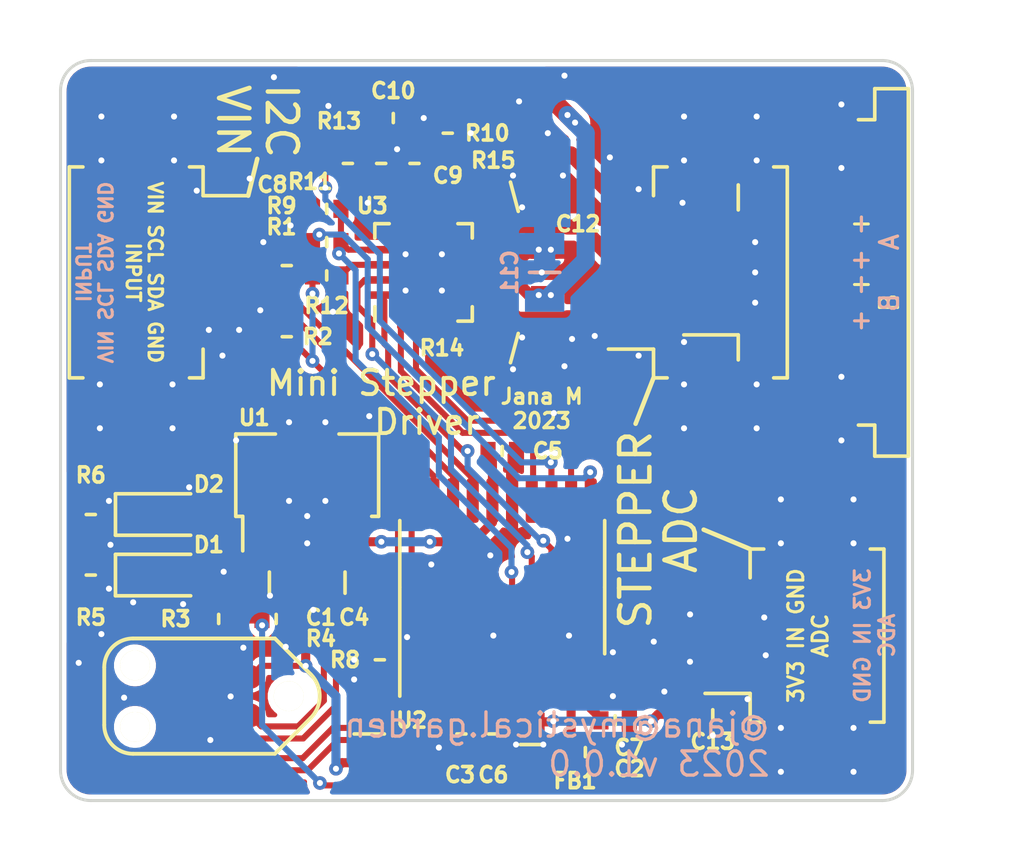
<source format=kicad_pcb>
(kicad_pcb (version 20211014) (generator pcbnew)
  (layers (0 "F.Cu" signal) (31 "B.Cu" signal) (34 "B.Paste" user) (35 "F.Paste" user) (36 "B.SilkS" user "B.Silkscreen") (37 "F.SilkS" user "F.Silkscreen") (38 "B.Mask" user) (39 "F.Mask" user) (44 "Edge.Cuts" user))
  (net 0 "")
  (net 1 "GND")
  (net 2 "VBUS")
  (net 3 "ADC_VBUS")
  (net 4 "Net-(C3-Pad2)")
  (net 5 "+3V3")
  (net 6 "+3.3VA")
  (net 7 "ADC")
  (net 8 "FLT")
  (net 9 "Net-(C9-Pad2)")
  (net 10 "Net-(C10-Pad2)")
  (net 11 "Net-(D1-Pad1)")
  (net 12 "Net-(D1-Pad2)")
  (net 13 "Net-(D2-Pad1)")
  (net 14 "Net-(D2-Pad2)")
  (net 15 "SCL")
  (net 16 "SDA")
  (net 17 "Net-(J3-Pad1)")
  (net 18 "Net-(J3-Pad2)")
  (net 19 "SWDIO")
  (net 21 "SWCLK")
  (net 23 "Net-(R7-Pad2)")
  (net 24 "EN")
  (net 25 "PWM_ref")
  (net 26 "Net-(R11-Pad1)")
  (net 27 "Net-(R12-Pad2)")
  (net 28 "Net-(R14-Pad1)")
  (net 29 "Net-(R15-Pad1)")
  (net 30 "MODE1")
  (net 31 "MODE2")
  (net 32 "DIR")
  (net 33 "PWM1")
  (net 34 "Net-(U3-Pad8)")
  (net 35 "Net-(U3-Pad10)")
  (footprint "Connector_Molex:Molex_PicoBlade_53261-0471_1x04-1MP_P1.25mm_Horizontal" (layer "F.Cu") (at 78 82 -90)
    (fp_text reference "J1" hide)
    (fp_text value "IN")
  )
  (footprint "otter:R_0402" (layer "F.Cu") (at 82.124999 93.45)
    (fp_text reference "R4")
    (fp_text value "5k1" hide)
  )
  (footprint "otter:R_0805" (layer "F.Cu") (at 85.2 97.25 90)
    (fp_text reference "R7" hide)
    (fp_text value "DNP" hide)
  )
  (footprint "Package_SO:TSSOP-20_4.4x6.5mm_P0.65mm" (layer "F.Cu") (at 89.59432 92.4 90)
    (fp_text reference "U2")
    (fp_text value "STM32F030F4Px")
  )
  (footprint "otter:C_0603" (layer "F.Cu") (at 84.4 92.25)
    (fp_text reference "C4")
    (fp_text value "1u" hide)
  )
  (footprint "Connector_FFC-FPC:TE_84953-4_1x04-1MP_P1.0mm_Horizontal" (layer "F.Cu") (at 98.302117 82 90)
    (fp_text reference "J3" hide)
    (fp_text value "FPC")
  )
  (footprint "otter:TC2030" (layer "F.Cu") (at 80 96 180)
    (fp_text reference "P1" hide)
    (fp_text value "TC2030" hide)
  )
  (footprint "otter:R_0402" (layer "F.Cu") (at 85.59432 78.4 90)
    (fp_text reference "R13")
    (fp_text value "22.1k" hide)
  )
  (footprint "otter:R_0805" (layer "F.Cu") (at 89.99432 79.5 15)
    (fp_text reference "R15")
    (fp_text value "R250" hide)
  )
  (footprint "otter:C_0402" (layer "F.Cu") (at 83.79432 79.9)
    (fp_text reference "C8")
    (fp_text value "100n" hide)
  )
  (footprint "otter:R_0402" (layer "F.Cu") (at 82.475 81.775 90)
    (fp_text reference "R1")
    (fp_text value "5k1" hide)
  )
  (footprint "otter:R_0402" (layer "F.Cu") (at 82.475 84.125 -90)
    (fp_text reference "R2")
    (fp_text value "5k1" hide)
  )
  (footprint "otter:R_0402" (layer "F.Cu") (at 76 92 90)
    (fp_text reference "R5")
    (fp_text value "5k1" hide)
  )
  (footprint "otter:C_0402" (layer "F.Cu") (at 89.59432 87.9 180)
    (fp_text reference "C5")
    (fp_text value "100n" hide)
  )
  (footprint "Package_TO_SOT_SMD:SOT-89-3" (layer "F.Cu") (at 83.15 89 90)
    (fp_text reference "U1")
    (fp_text value "AP2204R-3.3")
  )
  (footprint "Connector_Molex:Molex_PicoBlade_53261-0371_1x03-1MP_P1.25mm_Horizontal" (layer "F.Cu") (at 99.49432 94 90)
    (fp_text reference "J2" hide)
    (fp_text value "ADC")
  )
  (footprint "otter:C_0402" (layer "F.Cu") (at 96.55 96.6 180)
    (fp_text reference "C13")
    (fp_text value "100n" hide)
  )
  (footprint "otter:C_0603" (layer "F.Cu") (at 81.9 92.25 180)
    (fp_text reference "C1")
    (fp_text value "1u" hide)
  )
  (footprint "otter:C_0402" (layer "F.Cu") (at 92.34 97.85 180)
    (fp_text reference "C2")
    (fp_text value "100n" hide)
  )
  (footprint "otter:C_0402" (layer "F.Cu") (at 88.24432 97.25 90)
    (fp_text reference "C3")
    (fp_text value "100n" hide)
  )
  (footprint "otter:R_0402" (layer "F.Cu") (at 76 90 -90)
    (fp_text reference "R6")
    (fp_text value "5k1" hide)
  )
  (footprint "otter:R_0603" (layer "F.Cu") (at 90.54432 97.6 90)
    (fp_text reference "FB1")
    (fp_text value "FERRET" hide)
  )
  (footprint "otter:C_0402" (layer "F.Cu") (at 89.29432 97.25 90)
    (fp_text reference "C6")
    (fp_text value "100n" hide)
  )
  (footprint "otter:R_0402" (layer "F.Cu") (at 85.55 94.8 90)
    (fp_text reference "R8")
    (fp_text value "5k1" hide)
  )
  (footprint "otter:C_0402" (layer "F.Cu") (at 93.325 96.8 180)
    (fp_text reference "C7")
    (fp_text value "100n" hide)
  )
  (footprint "otter:R_0402" (layer "F.Cu") (at 83.79432 81)
    (fp_text reference "R9")
    (fp_text value "5k1" hide)
  )
  (footprint "otter:C_0402" (layer "F.Cu") (at 85.99432 76.9 180)
    (fp_text reference "C10")
    (fp_text value "22n" hide)
  )
  (footprint "otter:R_0402" (layer "F.Cu") (at 83.79432 82.1)
    (fp_text reference "R12")
    (fp_text value "5k1" hide)
  )
  (footprint "otter:LED_0603_1608Metric" (layer "F.Cu") (at 78.5 92)
    (fp_text reference "D1")
    (fp_text value "RED")
  )
  (footprint "Package_DFN_QFN:VQFN-16-1EP_3x3mm_P0.5mm_EP1.8x1.8mm" (layer "F.Cu") (at 86.99432 82 90)
    (fp_text reference "U3")
    (fp_text value "STSPIN220")
  )
  (footprint "otter:R_0402" (layer "F.Cu") (at 87.79432 77.4 -90)
    (fp_text reference "R10")
    (fp_text value "5k1" hide)
  )
  (footprint "otter:R_0805" (layer "F.Cu") (at 89.99432 84.5 -15)
    (fp_text reference "R14")
    (fp_text value "R250" hide)
  )
  (footprint "otter:R_0402" (layer "F.Cu") (at 80.225001 93.45)
    (fp_text reference "R3")
    (fp_text value "22.1k" hide)
  )
  (footprint "otter:LED_0603_1608Metric" (layer "F.Cu") (at 78.5 90)
    (fp_text reference "D2")
    (fp_text value "GREEN")
  )
  (footprint "Connector_Molex:Molex_PicoBlade_53261-0471_1x04-1MP_P1.25mm_Horizontal" (layer "F.Cu") (at 96.302117 82 90)
    (fp_text reference "J4" hide)
    (fp_text value "MOT")
  )
  (footprint "otter:C_0603" (layer "F.Cu") (at 90.99432 82 -90)
    (fp_text reference "C12")
    (fp_text value "1u" hide)
  )
  (footprint "otter:C_0402" (layer "F.Cu") (at 86.69432 78.4 -90)
    (fp_text reference "C9")
    (fp_text value "100n" hide)
  )
  (footprint "otter:R_0402" (layer "F.Cu") (at 84.49432 78.4 90)
    (fp_text reference "R11")
    (fp_text value "1k" hide)
  )
  (footprint "otter:C_0805" (layer "B.Cu") (at 90.99432 82 -90)
    (fp_text reference "C11")
    (fp_text value "10u" hide)
  )
  (gr_line (start 96.25 90.5) (end 97.78432 91.14) (layer "F.SilkS") (width 0.15))
  (gr_line (start 81.5 78.25) (end 81.2 79.465) (layer "F.SilkS") (width 0.15))
  (gr_line (start 94 87) (end 94.592117 85.485) (layer "F.SilkS") (width 0.15))
  (gr_arc (start 76 99.449999) (mid 75.292893 99.157106) (end 75 98.449999) (layer "Edge.Cuts") (width 0.1))
  (gr_line (start 76 75) (end 102.15 75) (layer "Edge.Cuts") (width 0.1))
  (gr_line (start 103.15 76) (end 103.15 98.45) (layer "Edge.Cuts") (width 0.1))
  (gr_line (start 76 99.449999) (end 102.15 99.45) (layer "Edge.Cuts") (width 0.1))
  (gr_arc (start 103.15 98.45) (mid 102.857107 99.157107) (end 102.15 99.45) (layer "Edge.Cuts") (width 0.1))
  (gr_arc (start 75 76) (mid 75.292893 75.292893) (end 76 75) (layer "Edge.Cuts") (width 0.1))
  (gr_line (start 75 76) (end 75 98.449999) (layer "Edge.Cuts") (width 0.1))
  (gr_arc (start 102.15 75) (mid 102.857107 75.292893) (end 103.15 76) (layer "Edge.Cuts") (width 0.1))
  (gr_text "- +\n B " (at 101.9 83 90) (layer "B.SilkS") (effects (font (size 0.6 0.6) (thickness 0.1)) (justify mirror)))
  (gr_text "3V3 IN GND\nADC" (at 101.9 94 90) (layer "B.SilkS") (effects (font (size 0.5 0.5) (thickness 0.1)) (justify mirror)))
  (gr_text "- +\n A " (at 101.9 81 90) (layer "B.SilkS") (effects (font (size 0.6 0.6) (thickness 0.1)) (justify mirror)))
  (gr_text "@jana@mystical.garden\n2023 v1.0.0 " (at 98.5 97.6) (layer "B.SilkS") (effects (font (size 0.8 0.8) (thickness 0.11)) (justify left mirror)))
  (gr_text "VIN SCL SDA GND\nINPUT" (at 76.1 82 270) (layer "B.SilkS") (effects (font (size 0.45 0.45) (thickness 0.1)) (justify mirror)))
  (gr_text "Jana M\n2023" (at 90.9 86.5) (layer "F.SilkS") (effects (font (size 0.5 0.5) (thickness 0.11))))
  (gr_text "Mini Stepper\n	Driver" (at 85.6 86.3) (layer "F.SilkS") (effects (font (size 0.8 0.8) (thickness 0.13))))
  (gr_text "VIN SCL SDA GND\nINPUT" (at 77.764053 82 270) (layer "F.SilkS") (effects (font (size 0.45 0.45) (thickness 0.1))))
  (gr_text "STEPPER" (at 94 90.5 90) (layer "F.SilkS") (effects (font (size 1 1))))
  (gr_text "ADC" (at 95.5 90.5 90) (layer "F.SilkS") (effects (font (size 1 1))))
  (gr_text "3V3 IN GND\nADC" (at 99.7 94 90) (layer "F.SilkS") (effects (font (size 0.5 0.5) (thickness 0.1))))
  (gr_text "I2C\nVIN" (at 81.5 77 270) (layer "F.SilkS") (effects (font (size 1 1))))
  (gr_text "- +\n A " (at 101.9 81 90) (layer "F.SilkS") (effects (font (size 0.6 0.6) (thickness 0.1))))
  (gr_text "- +\n B " (at 101.9 83 90) (layer "F.SilkS") (effects (font (size 0.6 0.6) (thickness 0.1))))
  (segment (start 86.46432 77.7) (end 86.69432 77.93) (width 0.5) (layer "F.Cu") (net 1))
  (segment (start 86.12 77.93) (end 85.59432 77.93) (width 0.5) (layer "F.Cu") (net 1))
  (segment (start 88.48182 81.75) (end 89.99432 81.75) (width 0.25) (layer "F.Cu") (net 1))
  (segment (start 89.91932 89.5375) (end 89.91932 88.045) (width 0.3) (layer "F.Cu") (net 1))
  (segment (start 86.46432 76.9) (end 86.46432 77.7) (width 0.5) (layer "F.Cu") (net 1))
  (segment (start 89.91932 88.045) (end 90.06432 87.9) (width 0.3) (layer "F.Cu") (net 1))
  (segment (start 82.65 92.25) (end 82.65 92.45) (width 0.2) (layer "F.Cu") (net 1))
  (segment (start 87.24432 81.75) (end 86.99432 82) (width 0.25) (layer "F.Cu") (net 1))
  (segment (start 90.49432 81.25) (end 90.24432 81.5) (width 0.4) (layer "F.Cu") (net 1))
  (segment (start 89.99432 81.75) (end 90.24432 81.5) (width 0.25) (layer "F.Cu") (net 1))
  (segment (start 86.46432 77.7) (end 86.23432 77.93) (width 0.5) (layer "F.Cu") (net 1))
  (segment (start 82.65 92.45) (end 83.35 93.15) (width 0.2) (layer "F.Cu") (net 1))
  (segment (start 86.23432 77.93) (end 86.12 77.93) (width 0.5) (layer "F.Cu") (net 1))
  (segment (start 85.59432 77.93) (end 86.69432 77.93) (width 0.5) (layer "F.Cu") (net 1))
  (segment (start 88.48182 81.75) (end 87.24432 81.75) (width 0.25) (layer "F.Cu") (net 1))
  (segment (start 90.99432 81.25) (end 90.49432 81.25) (width 0.4) (layer "F.Cu") (net 1))
  (via (at 87.6 81.4) (size 0.45) (drill 0.2) (layers "F.Cu" "B.Cu") (net 1))
  (via (at 83.75 89.55) (size 0.45) (drill 0.2) (layers "F.Cu" "B.Cu") (net 1))
  (via (at 80.9 83.9) (size 0.45) (drill 0.2) (layers "F.Cu" "B.Cu") (net 1))
  (via (at 98.8 97.05) (size 0.45) (drill 0.2) (layers "F.Cu" "B.Cu") (net 1))
  (via (at 83.15 90.95) (size 0.45) (drill 0.2) (layers "F.Cu" "B.Cu") (net 1))
  (via (at 95.6 84.3) (size 0.45) (drill 0.2) (layers "F.Cu" "B.Cu") (net 1))
  (via (at 98 78.3) (size 0.45) (drill 0.2) (layers "F.Cu" "B.Cu") (net 1))
  (via (at 95.797213 94.863976) (size 0.45) (drill 0.2) (layers "F.Cu" "B.Cu") (net 1))
  (via (at 90.95 97.6) (size 0.45) (drill 0.2) (layers "F.Cu" "B.Cu") (net 1))
  (via (at 78.75 78.3) (size 0.45) (drill 0.2) (layers "F.Cu" "B.Cu") (net 1))
  (via (at 82.05 75.55) (size 0.45) (drill 0.2) (layers "F.Cu" "B.Cu") (net 1))
  (via (at 81.25 78.9) (size 0.45) (drill 0.2) (layers "F.Cu" "B.Cu") (net 1))
  (via (at 89.2 91.35) (size 0.45) (drill 0.2) (layers "F.Cu" "B.Cu") (net 1))
  (via (at 94.6 94.2) (size 0.45) (drill 0.2) (layers "F.Cu" "B.Cu") (net 1))
  (via (at 83.35 93.15) (size 0.45) (drill 0.2) (layers "F.Cu" "B.Cu") (net 1))
  (via (at 76.65 91) (size 0.45) (drill 0.2) (layers "F.Cu" "B.Cu") (net 1))
  (via (at 90.05 97.6) (size 0.45) (drill 0.2) (layers "F.Cu" "B.Cu") (net 1))
  (via (at 93.15 78.2) (size 0.45) (drill 0.2) (layers "F.Cu" "B.Cu") (net 1))
  (via (at 90.15 76.35) (size 0.45) (drill 0.2) (layers "F.Cu" "B.Cu") (net 1))
  (via (at 100.8 85.45) (size 0.45) (drill 0.2) (layers "F.Cu" "B.Cu") (net 1))
  (via (at 95.6 85.7) (size 0.45) (drill 0.2) (layers "F.Cu" "B.Cu") (net 1))
  (via (at 80.39 91.89) (size 0.45) (drill 0.2) (layers "F.Cu" "B.Cu") (net 1))
  (via (at 87.25 91.65) (size 0.45) (drill 0.2) (layers "F.Cu" "B.Cu") (net 1))
  (via (at 85.15 79.7) (size 0.45) (drill 0.2) (layers "F.Cu" "B.Cu") (net 1))
  (via (at 76.35 93.95) (size 0.45) (drill 0.2) (layers "F.Cu" "B.Cu") (net 1))
  (via (at 91.65 85.1) (size 0.45) (drill 0.2) (layers "F.Cu" "B.Cu") (net 1))
  (via (at 97.95 81) (size 0.45) (drill 0.2) (layers "F.Cu" "B.Cu") (net 1))
  (via (at 90.25 79.85) (size 0.45) (drill 0.2) (layers "F.Cu" "B.Cu") (net 1))
  (via (at 84.7 94.8) (size 0.45) (drill 0.2) (layers "F.Cu" "B.Cu") (net 1))
  (via (at 94.1 84.75) (size 0.45) (drill 0.2) (layers "F.Cu" "B.Cu") (net 1))
  (via (at 84 83.3) (size 0.45) (drill 0.2) (layers "F.Cu" "B.Cu") (net 1))
  (via (at 87.5 97.7) (size 0.45) (drill 0.2) (layers "F.Cu" "B.Cu") (net 1))
  (via (at 91.2 81.25) (size 0.45) (drill 0.2) (layers "F.Cu" "B.Cu") (net 1))
  (via (at 91.8 94) (size 0.45) (drill 0.2) (layers "F.Cu" "B.Cu") (net 1))
  (via (at 82.55 89.55) (size 0.45) (drill 0.2) (layers "F.Cu" "B.Cu") (net 1))
  (via (at 95.8 93.3) (size 0.45) (drill 0.2) (layers "F.Cu" "B.Cu") (net 1))
  (via (at 100.8 78.55) (size 0.45) (drill 0.2) (layers "F.Cu" "B.Cu") (net 1))
  (via (at 98 85.7) (size 0.45) (drill 0.2) (layers "F.Cu" "B.Cu") (net 1))
  (via (at 97.95 83) (size 0.45) (drill 0.2) (layers "F.Cu" "B.Cu") (net 1))
  (via (at 91.9 84.2) (size 0.45) (drill 0.2) (layers "F.Cu" "B.Cu") (net 1))
  (via (at 100.8 76.45) (size 0.45) (drill 0.2) (layers "F.Cu" "B.Cu") (net 1))
  (via (at 90.9 82) (size 0.45) (drill 0.2) (layers "F.Cu" "B.Cu") (net 1))
  (via (at 86.45 94.05) (size 0.45) (drill 0.2) (layers "F.Cu" "B.Cu") (net 1))
  (via (at 77.4 92.9) (size 0.45) (drill 0.2) (layers "F.Cu" "B.Cu") (net 1))
  (via (at 83.85 76.5) (size 0.45) (drill 0.2) (layers "F.Cu" "B.Cu") (net 1))
  (via (at 95.6 76.85) (size 0.45) (drill 0.2) (layers "F.Cu" "B.Cu") (net 1))
  (via (at 78.75 76.85) (size 0.45) (drill 0.2) (layers "F.Cu" "B.Cu") (net 1))
  (via (at 78.7 87.15) (size 0.45) (drill 0.2) (layers "F.Cu" "B.Cu") (net 1))
  (via (at 97.95 82) (size 0.45) (drill 0.2) (layers "F.Cu" "B.Cu") (net 1))
  (via (at 86.4 82.6) (size 0.45) (drill 0.2) (layers "F.Cu" "B.Cu") (net 1))
  (via (at 91.3 86.65) (size 0.45) (drill 0.2) (layers "F.Cu" "B.Cu") (net 1))
  (via (at 90.8 81.25) (size 0.45) (drill 0.2) (layers "F.Cu" "B.Cu") (net 1))
  (via (at 89.95 78.8) (size 0.45) (drill 0.2) (layers "F.Cu" "B.Cu") (net 1))
  (via (at 92.65 84.1) (size 0.45) (drill 0.2) (layers "F.Cu" "B.Cu") (net 1))
  (via (at 94.1 79.25) (size 0.45) (drill 0.2) (layers "F.Cu" "B.Cu") (net 1))
  (via (at 100.8 87.55) (size 0.45) (drill 0.2) (layers "F.Cu" "B.Cu") (net 1))
  (via (at 87.6 82.6) (size 0.45) (drill 0.2) (layers "F.Cu" "B.Cu") (net 1))
  (via (at 91.6 78.8) (size 0.45) (drill 0.2) (layers "F.Cu" "B.Cu") (net 1))
  (via (at 101.2 98.5) (size 0.45) (drill 0.2) (layers "F.Cu" "B.Cu") (net 1))
  (via (at 80.35 84.75) (size 0.45) (drill 0.2) (layers "F.Cu" "B.Cu") (net 1))
  (via (at 79.25 89.1) (size 0.45) (drill 0.2) (layers "F.Cu" "B.Cu") (net 1))
  (via (at 82.6 80.45) (size 0.45) (drill 0.2) (layers "F.Cu" "B.Cu") (net 1))
  (via (at 76.3 85.7) (size 0.45) (drill 0.2) (layers "F.Cu" "B.Cu") (net 1))
  (via (at 91.65 75.5) (size 0.45) (drill 0.2) (layers "F.Cu" "B.Cu") (net 1))
  (via (at 81.7 81) (size 0.45) (drill 0.2) (layers "F.Cu" "B.Cu") (net 1))
  (via (at 79.9 83.9) (size 0.45) (drill 0.2) (layers "F.Cu" "B.Cu") (net 1))
  (via (at 93.25 96) (size 0.45) (drill 0.2) (layers "F.Cu" "B.Cu") (net 1))
  (via (at 93.25 94.55) (size 0.45) (drill 0.2) (layers "F.Cu" "B.Cu") (net 1))
  (via (at 76.3 87.15) (size 0.45) (drill 0.2) (layers "F.Cu" "B.Cu") (net 1))
  (via (at 85.2 86.75) (size 0.45) (drill 0.2) (layers "F.Cu" "B.Cu") (net 1))
  (via (at 87 76.9) (size 0.45) (drill 0.2) (layers "F.Cu" "B.Cu") (net 1))
  (via (at 101.2 97.05) (size 0.45) (drill 0.2) (layers "F.Cu" "B.Cu") (net 1))
  (via (at 80.8 87.55) (size 0.45) (drill 0.2) (layers "F.Cu" "B.Cu") (net 1))
  (via (at 97.7 96.1) (size 0.45) (drill 0.2) (layers "F.Cu" "B.Cu") (net 1))
  (via (at 81.04 94.4) (size 0.45) (drill 0.2) (layers "F.Cu" "B.Cu") (net 1))
  (via (at 101.2 90.95) (size 0.45) (drill 0.2) (layers "F.Cu" "B.Cu") (net 1))
  (via (at 79.5 79.3) (size 0.45) (drill 0.2) (layers "F.Cu" "B.Cu") (net 1))
  (via (at 80.62 96.01) (size 0.45) (drill 0.2) (layers "F.Cu" "B.Cu") (net 1))
  (via (at 94.95 95.85) (size 0.45) (drill 0.2) (layers "F.Cu" "B.Cu") (net 1))
  (via (at 79.05 92.96) (size 0.45) (drill 0.2) (layers "F.Cu" "B.Cu") (net 1))
  (via (at 75.6 94.9) (size 0.45) (drill 0.2) (layers "F.Cu" "B.Cu") (net 1))
  (via (at 81.92 92.68) (size 0.45) (drill 0.2) (layers "F.Cu" "B.Cu") (net 1))
  (via (at 76.35 76.85) (size 0.45) (drill 0.2) (layers "F.Cu" "B.Cu") (net 1))
  (via (at 82.44 94.37) (size 0.45) (drill 0.2) (layers "F.Cu" "B.Cu") (net 1))
  (via (at 88.55 77.4) (size 0.45) (drill 0.2) (layers "F.Cu" "B.Cu") (net 1))
  (via (at 83.15 90.05) (size 0.45) (drill 0.2) (layers "F.Cu" "B.Cu") (net 1))
  (via (at 89.95 85.2) (size 0.45) (drill 0.2) (layers "F.Cu" "B.Cu") (net 1))
  (via (at 84.7 95.45) (size 0.45) (drill 0.2) (layers "F.Cu" "B.Cu") (net 1))
  (via (at 78.7 85.7) (size 0.45) (drill 0.2) (layers "F.Cu" "B.Cu") (net 1))
  (via (at 96.55 97.3) (size 0.45) (drill 0.2) (layers "F.Cu" "B.Cu") (net 1))
  (via (at 79.95 97.45) (size 0.45) (drill 0.2) (layers "F.Cu" "B.Cu") (net 1))
  (via (at 98 87.15) (size 0.45) (drill 0.2) (layers "F.Cu" "B.Cu") (net 1))
  (via (at 90.25 84.15) (size 0.45) (drill 0.2) (layers "F.Cu" "B.Cu") (net 1))
  (via (at 76.6 92.45) (size 0.45) (drill 0.2) (layers "F.Cu" "B.Cu") (net 1))
  (via (at 76.6 89.55) (size 0.45) (drill 0.2) (layers "F.Cu" "B.Cu") (net 1))
  (via (at 98.8 98.5) (size 0.45) (drill 0.2) (layers "F.Cu" "B.Cu") (net 1))
  (via (at 95.55 79.7) (size 0.45) (drill 0.2) (layers "F.Cu" "B.Cu") (net 1))
  (via (at 76.35 78.3) (size 0.45) (drill 0.2) (layers "F.Cu" "B.Cu") (net 1))
  (via (at 77.1 96.05) (size 0.45) (drill 0.2) (layers "F.Cu" "B.Cu") (net 1))
  (via (at 98.3 94.65) (size 0.45) (drill 0.2) (layers "F.Cu" "B.Cu") (net 1))
  (via (at 98 76.85) (size 0.45) (drill 0.2) (layers "F.Cu" "B.Cu") (net 1))
  (via (at 98.25 93.4) (size 0.45) (drill 0.2) (layers "F.Cu" "B.Cu") (net 1))
  (via (at 82.55 86.95) (size 0.45) (drill 0.2) (layers "F.Cu" "B.Cu") (net 1))
  (via (at 95.6 87.15) (size 0.45) (drill 0.2) (layers "F.Cu" "B.Cu") (net 1))
  (via (at 98.8 89.5) (size 0.45) (drill 0.2) (layers "F.Cu" "B.Cu") (net 1))
  (via (at 86.4 81.4) (size 0.45) (drill 0.2) (layers "F.Cu" "B.Cu") (net 1))
  (via (at 91.1 77.4) (size 0.45) (drill 0.2) (layers "F.Cu" "B.Cu") (net 1))
  (via (at 81.6 83.25) (size 0.45) (drill 0.2) (layers "F.Cu" "B.Cu") (net 1))
  (via (at 91.75 90.8) (size 0.45) (drill 0.2) (layers "F.Cu" "B.Cu") (net 1))
  (via (at 95.6 78.3) (size 0.45) (drill 0.2) (layers "F.Cu" "B.Cu") (net 1))
  (via (at 98.8 90.95) (size 0.45) (drill 0.2) (layers "F.Cu" "B.Cu") (net 1))
  (via (at 101.2 89.5) (size 0.45) (drill 0.2) (layers "F.Cu" "B.Cu") (net 1))
  (via (at 83.75 86.95) (size 0.45) (drill 0.2) (layers "F.Cu" "B.Cu") (net 1))
  (via (at 93.55 97.6) (size 0.45) (drill 0.2) (layers "F.Cu" "B.Cu") (net 1))
  (via (at 86.12 77.93) (size 0.45) (drill 0.2) (layers "F.Cu" "B.Cu") (net 1))
  (via (at 89.3 94) (size 0.45) (drill 0.2) (layers "F.Cu" "B.Cu") (net 1))
  (segment (start 88.48182 82.25) (end 89.99432 82.25) (width 0.25) (layer "F.Cu") (net 2))
  (segment (start 80.4 80.125) (end 80.4 78.5) (width 0.6) (layer "F.Cu") (net 2))
  (segment (start 81.65 91.75) (end 81.15 92.25) (width 0.6) (layer "F.Cu") (net 2))
  (segment (start 79 80.875) (end 79 84.55) (width 0.6) (layer "F.Cu") (net 2))
  (segment (start 90.55 75.6) (end 91.75 76.8) (width 0.6) (layer "F.Cu") (net 2))
  (segment (start 80.4 80.125) (end 79.75 80.125) (width 0.6) (layer "F.Cu") (net 2))
  (segment (start 91.75 76.8) (end 92 77.05) (width 0.6) (layer "F.Cu") (net 2))
  (segment (start 81.65 87.2) (end 81.65 90.65) (width 0.6) (layer "F.Cu") (net 2))
  (segment (start 89.99432 82.25) (end 90.24432 82.5) (width 0.25) (layer "F.Cu") (net 2))
  (segment (start 79.75 80.125) (end 79 80.875) (width 0.6) (layer "F.Cu") (net 2))
  (segment (start 80.4 78.5) (end 83.3 75.6) (width 0.6) (layer "F.Cu") (net 2))
  (segment (start 80.905001 92.25) (end 81.15 92.25) (width 0.2) (layer "F.Cu") (net 2))
  (segment (start 90.99432 82.75) (end 91.2 82.75) (width 0.4) (layer "F.Cu") (net 2))
  (segment (start 79.755001 93.4) (end 80.905001 92.25) (width 0.2) (layer "F.Cu") (net 2))
  (segment (start 79 84.55) (end 81.65 87.2) (width 0.6) (layer "F.Cu") (net 2))
  (segment (start 90.49432 82.75) (end 90.8 82.75) (width 0.4) (layer "F.Cu") (net 2))
  (segment (start 90.24432 82.5) (end 90.49432 82.75) (width 0.4) (layer "F.Cu") (net 2))
  (segment (start 79.755001 93.45) (end 79.755001 93.4) (width 0.2) (layer "F.Cu") (net 2))
  (segment (start 81.65 90.65) (end 81.65 91.75) (width 0.6) (layer "F.Cu") (net 2))
  (segment (start 83.3 75.6) (end 90.55 75.6) (width 0.6) (layer "F.Cu") (net 2))
  (segment (start 90.8 82.75) (end 91.2 82.75) (width 0.4) (layer "F.Cu") (net 2))
  (via (at 91.2 82.75) (size 0.45) (drill 0.2) (layers "F.Cu" "B.Cu") (net 2))
  (via (at 90.8 82.75) (size 0.45) (drill 0.2) (layers "F.Cu" "B.Cu") (net 2))
  (via (at 91.75 76.8) (size 0.45) (drill 0.2) (layers "F.Cu" "B.Cu") (net 2))
  (via (at 92 77.05) (size 0.45) (drill 0.2) (layers "F.Cu" "B.Cu") (net 2))
  (segment (start 92.35 77.4) (end 92.35 81.59432) (width 0.6) (layer "B.Cu") (net 2))
  (segment (start 92 77.05) (end 92.35 77.4) (width 0.6) (layer "B.Cu") (net 2))
  (segment (start 92 77.05) (end 91.75 76.8) (width 0.6) (layer "B.Cu") (net 2))
  (segment (start 92.35 81.59432) (end 90.99432 82.95) (width 0.6) (layer "B.Cu") (net 2))
  (segment (start 91.87 97.85) (end 91.87 98.373342) (width 0.2) (layer "F.Cu") (net 3))
  (segment (start 81.654999 93.654999) (end 81.66 93.66) (width 0.2) (layer "F.Cu") (net 3))
  (segment (start 91.86932 95.2625) (end 91.86932 97.84932) (width 0.3) (layer "F.Cu") (net 3))
  (segment (start 91.86932 97.84932) (end 91.87 97.85) (width 0.3) (layer "F.Cu") (net 3))
  (segment (start 81.654999 93.45) (end 81.654999 93.654999) (width 0.2) (layer "F.Cu") (net 3))
  (segment (start 81.655 93.45) (end 80.695 93.45) (width 0.3) (layer "F.Cu") (net 3))
  (segment (start 83.649511 98.949511) (end 83.57 98.87) (width 0.2) (layer "F.Cu") (net 3))
  (segment (start 91.293831 98.949511) (end 83.649511 98.949511) (width 0.2) (layer "F.Cu") (net 3))
  (segment (start 91.87 98.373342) (end 91.293831 98.949511) (width 0.2) (layer "F.Cu") (net 3))
  (via (at 81.66 93.66) (size 0.45) (drill 0.2) (layers "F.Cu" "B.Cu") (net 3))
  (via (at 83.57 98.87) (size 0.45) (drill 0.2) (layers "F.Cu" "B.Cu") (net 3))
  (segment (start 81.66 96.96) (end 81.66 93.66) (width 0.2) (layer "B.Cu") (net 3))
  (segment (start 83.57 98.87) (end 81.66 96.96) (width 0.2) (layer "B.Cu") (net 3))
  (segment (start 88.61932 96.405) (end 88.24432 96.78) (width 0.3) (layer "F.Cu") (net 4))
  (segment (start 88.61932 95.2625) (end 88.61932 96.405) (width 0.3) (layer "F.Cu") (net 4))
  (segment (start 85.2 98.2) (end 84.3 98.2) (width 0.3) (layer "F.Cu") (net 5))
  (segment (start 89.26932 89.5375) (end 89.26932 88.045) (width 0.3) (layer "F.Cu") (net 5))
  (segment (start 81.27 95.365) (end 81.635 95) (width 0.2) (layer "F.Cu") (net 5))
  (segment (start 82.52932 81.305) (end 83.32432 82.1) (width 0.2) (layer "F.Cu") (net 5))
  (segment (start 84.65 86.25) (end 84.65 90.65) (width 0.2) (layer "F.Cu") (net 5))
  (segment (start 83.32432 82.1) (end 83.32432 82.69932) (width 0.2) (layer "F.Cu") (net 5))
  (segment (start 88.630037 90.9) (end 87.2 90.9) (width 0.3) (layer "F.Cu") (net 5))
  (segment (start 90.54432 98.35) (end 85.35 98.35) (width 0.3) (layer "F.Cu") (net 5))
  (segment (start 83.32432 82.69932) (end 83.325 82.7) (width 0.2) (layer "F.Cu") (net 5))
  (segment (start 84.65 91.75) (end 85.15 92.25) (width 0.6) (layer "F.Cu") (net 5))
  (segment (start 82.475 84.595) (end 82.995 84.595) (width 0.2) (layer "F.Cu") (net 5))
  (segment (start 85.6 90.9) (end 84.9 90.9) (width 0.3) (layer "F.Cu") (net 5))
  (segment (start 84.9 90.9) (end 84.65 90.65) (width 0.3) (layer "F.Cu") (net 5))
  (segment (start 84.65 90.65) (end 84.65 91.75) (width 0.6) (layer "F.Cu") (net 5))
  (segment (start 89.26932 90.260717) (end 88.630037 90.9) (width 0.3) (layer "F.Cu") (net 5))
  (segment (start 89.26932 89.5375) (end 89.26932 90.260717) (width 0.3) (layer "F.Cu") (net 5))
  (segment (start 82.475 81.305) (end 82.52932 81.305) (width 0.2) (layer "F.Cu") (net 5))
  (segment (start 81.635 95) (end 83.1 95) (width 0.2) (layer "F.Cu") (net 5))
  (segment (start 85.35 98.35) (end 85.2 98.2) (width 0.3) (layer "F.Cu") (net 5))
  (segment (start 83.1 94.3) (end 85.15 92.25) (width 0.3) (layer "F.Cu") (net 5))
  (segment (start 83.1 95) (end 83.1 94.3) (width 0.3) (layer "F.Cu") (net 5))
  (segment (start 89.26932 88.045) (end 89.12432 87.9) (width 0.3) (layer "F.Cu") (net 5))
  (segment (start 83.325 84.925) (end 84.65 86.25) (width 0.2) (layer "F.Cu") (net 5))
  (segment (start 82.995 84.595) (end 83.325 84.925) (width 0.2) (layer "F.Cu") (net 5))
  (segment (start 84.3 98.2) (end 84.1 98.4) (width 0.3) (layer "F.Cu") (net 5))
  (via (at 85.6 90.9) (size 0.45) (drill 0.2) (layers "F.Cu" "B.Cu") (net 5))
  (via (at 83.1 95) (size 0.45) (drill 0.2) (layers "F.Cu" "B.Cu") (net 5))
  (via (at 87.2 90.9) (size 0.45) (drill 0.2) (layers "F.Cu" "B.Cu") (net 5))
  (via (at 84.1 98.4) (size 0.45) (drill 0.2) (layers "F.Cu" "B.Cu") (net 5))
  (via (at 83.325 84.925) (size 0.45) (drill 0.2) (layers "F.Cu" "B.Cu") (net 5))
  (via (at 83.325 82.7) (size 0.45) (drill 0.2) (layers "F.Cu" "B.Cu") (net 5))
  (segment (start 84.1 96) (end 83.1 95) (width 0.3) (layer "B.Cu") (net 5))
  (segment (start 83.325 82.7) (end 83.325 84.925) (width 0.2) (layer "B.Cu") (net 5))
  (segment (start 87.2 90.9) (end 85.6 90.9) (width 0.3) (layer "B.Cu") (net 5))
  (segment (start 84.1 98.4) (end 84.1 96) (width 0.3) (layer "B.Cu") (net 5))
  (segment (start 90.54432 96.85) (end 91.26 96.85) (width 0.3) (layer "F.Cu") (net 6))
  (segment (start 94.74 96.6) (end 94.51 96.83) (width 0.3) (layer "F.Cu") (net 6))
  (segment (start 89.29432 96.78) (end 90.47432 96.78) (width 0.3) (layer "F.Cu") (net 6))
  (segment (start 89.26932 95.2625) (end 89.26932 96.755) (width 0.3) (layer "F.Cu") (net 6))
  (segment (start 90.47432 96.78) (end 90.54432 96.85) (width 0.3) (layer "F.Cu") (net 6))
  (segment (start 96.08 96.6) (end 94.74 96.6) (width 0.3) (layer "F.Cu") (net 6))
  (segment (start 96.08 96.26432) (end 96.08 96.6) (width 0.5) (layer "F.Cu") (net 6))
  (segment (start 97.09432 95.25) (end 96.08 96.26432) (width 0.5) (layer "F.Cu") (net 6))
  (segment (start 91.26 96.85) (end 91.28 96.83) (width 0.3) (layer "F.Cu") (net 6))
  (segment (start 89.26932 96.755) (end 89.29432 96.78) (width 0.3) (layer "F.Cu") (net 6))
  (via (at 91.28 96.83) (size 0.45) (drill 0.2) (layers "F.Cu" "B.Cu") (net 6))
  (via (at 94.51 96.83) (size 0.45) (drill 0.2) (layers "F.Cu" "B.Cu") (net 6))
  (segment (start 91.28 96.83) (end 94.51 96.83) (width 0.3) (layer "B.Cu") (net 6))
  (segment (start 95.75 94) (end 94.4875 95.2625) (width 0.3) (layer "F.Cu") (net 7))
  (segment (start 92.51932 96.405) (end 92.89432 96.78) (width 0.3) (layer "F.Cu") (net 7))
  (segment (start 94.4875 95.2625) (end 92.51932 95.2625) (width 0.3) (layer "F.Cu") (net 7))
  (segment (start 97.09432 94) (end 95.75 94) (width 0.3) (layer "F.Cu") (net 7))
  (segment (start 92.51932 95.2625) (end 92.51932 96.405) (width 0.3) (layer "F.Cu") (net 7))
  (segment (start 84.26432 79.9) (end 84.26432 81) (width 0.2) (layer "F.Cu") (net 8))
  (segment (start 89.91932 91.91932) (end 89.9 91.9) (width 0.2) (layer "F.Cu") (net 8))
  (segment (start 84.51432 81.25) (end 84.26432 81) (width 0.2) (layer "F.Cu") (net 8))
  (segment (start 84.2 81.06432) (end 84.26432 81) (width 0.2) (layer "F.Cu") (net 8))
  (segment (start 89.91932 95.2625) (end 89.91932 91.91932) (width 0.2) (layer "F.Cu") (net 8))
  (segment (start 84.2 81.375498) (end 84.2 81.06432) (width 0.2) (layer "F.Cu") (net 8))
  (segment (start 85.50682 81.25) (end 84.51432 81.25) (width 0.2) (layer "F.Cu") (net 8))
  (via (at 89.9 91.9) (size 0.45) (drill 0.2) (layers "F.Cu" "B.Cu") (net 8))
  (via (at 84.2 81.375498) (size 0.45) (drill 0.2) (layers "F.Cu" "B.Cu") (net 8))
  (segment (start 87.5 88.7) (end 87.5 87.45) (width 0.2) (layer "B.Cu") (net 8))
  (segment (start 87.5 87.45) (end 85.3 85.25) (width 0.2) (layer "B.Cu") (net 8))
  (segment (start 89.9 91.9) (end 89.9 91.1) (width 0.2) (layer "B.Cu") (net 8))
  (segment (start 84.75 84.9) (end 84.75 81.925498) (width 0.2) (layer "B.Cu") (net 8))
  (segment (start 85.1 85.25) (end 84.75 84.9) (width 0.2) (layer "B.Cu") (net 8))
  (segment (start 85.3 85.25) (end 85.1 85.25) (width 0.2) (layer "B.Cu") (net 8))
  (segment (start 89.9 91.1) (end 87.5 88.7) (width 0.2) (layer "B.Cu") (net 8))
  (segment (start 84.75 81.925498) (end 84.2 81.375498) (width 0.2) (layer "B.Cu") (net 8))
  (segment (start 86.74432 78.92) (end 86.69432 78.87) (width 0.2) (layer "F.Cu") (net 9))
  (segment (start 86.74432 80.5125) (end 86.74432 78.92) (width 0.2) (layer "F.Cu") (net 9))
  (segment (start 86.79432 78.87) (end 86.69432 78.87) (width 0.2) (layer "F.Cu") (net 9))
  (segment (start 87.79432 77.87) (end 86.79432 78.87) (width 0.2) (layer "F.Cu") (net 9))
  (segment (start 85.52432 76.9) (end 84.49432 77.93) (width 0.2) (layer "F.Cu") (net 10))
  (segment (start 77.2175 91.53) (end 77.6875 92) (width 0.2) (layer "F.Cu") (net 11))
  (segment (start 76 91.53) (end 77.2175 91.53) (width 0.2) (layer "F.Cu") (net 11))
  (segment (start 76.55 94.6) (end 79.15 92) (width 0.2) (layer "F.Cu") (net 12))
  (segment (start 87.31932 95.2625) (end 87.31932 96.08068) (width 0.2) (layer "F.Cu") (net 12))
  (segment (start 84 97.05) (end 83 98.05) (width 0.2) (layer "F.Cu") (net 12))
  (segment (start 76.55 97.65) (end 76.55 94.6) (width 0.2) (layer "F.Cu") (net 12))
  (segment (start 86.35 97.05) (end 84 97.05) (width 0.2) (layer "F.Cu") (net 12))
  (segment (start 76.95 98.05) (end 76.55 97.65) (width 0.2) (layer "F.Cu") (net 12))
  (segment (start 79.15 92) (end 79.3125 92) (width 0.2) (layer "F.Cu") (net 12))
  (segment (start 83 98.05) (end 76.95 98.05) (width 0.2) (layer "F.Cu") (net 12))
  (segment (start 87.31932 96.08068) (end 86.35 97.05) (width 0.2) (layer "F.Cu") (net 12))
  (segment (start 76 90.47) (end 77.2175 90.47) (width 0.2) (layer "F.Cu") (net 13))
  (segment (start 77.2175 90.47) (end 77.6875 90) (width 0.2) (layer "F.Cu") (net 13))
  (segment (start 75.35 93.8) (end 75.35 89.030978) (width 0.2) (layer "F.Cu") (net 14))
  (segment (start 76.150489 94.600489) (end 75.35 93.8) (width 0.2) (layer "F.Cu") (net 14))
  (segment (start 76.150489 97.815482) (end 76.150489 94.600489) (width 0.2) (layer "F.Cu") (net 14))
  (segment (start 87.96932 96.03068) (end 86.55 97.45) (width 0.2) (layer "F.Cu") (net 14))
  (segment (start 78.1125 88.8) (end 79.3125 90) (width 0.2) (layer "F.Cu") (net 14))
  (segment (start 83.165484 98.44951) (end 76.784516 98.44951) (width 0.2) (layer "F.Cu") (net 14))
  (segment (start 76.784516 98.44951) (end 76.150489 97.815482) (width 0.2) (layer "F.Cu") (net 14))
  (segment (start 87.96932 95.2625) (end 87.96932 96.03068) (width 0.2) (layer "F.Cu") (net 14))
  (segment (start 75.580978 88.8) (end 78.1125 88.8) (width 0.2) (layer "F.Cu") (net 14))
  (segment (start 75.35 89.030978) (end 75.580978 88.8) (width 0.2) (layer "F.Cu") (net 14))
  (segment (start 86.55 97.45) (end 84.164994 97.45) (width 0.2) (layer "F.Cu") (net 14))
  (segment (start 84.164994 97.45) (end 83.165484 98.44951) (width 0.2) (layer "F.Cu") (net 14))
  (segment (start 88.61932 89.5375) (end 88.61932 88.81126) (width 0.2) (layer "F.Cu") (net 15))
  (segment (start 81.18306 81.375) (end 80.4 81.375) (width 0.2) (layer "F.Cu") (net 15))
  (segment (start 88.61932 88.81126) (end 81.18306 81.375) (width 0.2) (layer "F.Cu") (net 15))
  (segment (start 87.221533 87.978467) (end 81.868066 82.625) (width 0.2) (layer "F.Cu") (net 16))
  (segment (start 87.221533 87.978467) (end 87.96932 88.726254) (width 0.2) (layer "F.Cu") (net 16))
  (segment (start 87.96932 89.5375) (end 87.96932 88.726254) (width 0.2) (layer "F.Cu") (net 16))
  (segment (start 81.868066 82.625) (end 80.4 82.625) (width 0.2) (layer "F.Cu") (net 16))
  (segment (start 87.24432 84.15) (end 87.39432 84.3) (width 0.25) (layer "F.Cu") (net 17))
  (segment (start 89.008156 85.913836) (end 87.39432 84.3) (width 0.5) (layer "F.Cu") (net 17))
  (segment (start 94.91932 83.875) (end 95.29432 83.5) (width 0.5) (layer "F.Cu") (net 17))
  (segment (start 93.902117 83.875) (end 94.91932 83.875) (width 0.5) (layer "F.Cu") (net 17))
  (segment (start 91.863281 85.913836) (end 89.008156 85.913836) (width 0.5) (layer "F.Cu") (net 17))
  (segment (start 95.29432 83.5) (end 96.502117 83.5) (width 0.5) (layer "F.Cu") (net 17))
  (segment (start 93.902117 83.875) (end 91.863281 85.913836) (width 0.5) (layer "F.Cu") (net 17))
  (segment (start 87.24432 83.4875) (end 87.24432 84.15) (width 0.25) (layer "F.Cu") (net 17))
  (segment (start 88.48182 82.75) (end 89.35 82.75) (width 0.25) (layer "F.Cu") (net 18))
  (segment (start 93.902117 82.625) (end 93.11932 82.625) (width 0.5) (layer "F.Cu") (net 18))
  (segment (start 93.11932 82.625) (end 92.24432 83.5) (width 0.5) (layer "F.Cu") (net 18))
  (segment (start 89.35 82.75) (end 89.4 82.8) (width 0.25) (layer "F.Cu") (net 18))
  (segment (start 96.502117 82.5) (end 94.027117 82.5) (width 0.5) (layer "F.Cu") (net 18))
  (segment (start 90.1 83.5) (end 89.4 82.8) (width 0.4) (layer "F.Cu") (net 18))
  (segment (start 92.24432 83.5) (end 91.74432 83.5) (width 0.5) (layer "F.Cu") (net 18))
  (segment (start 91.74432 83.5) (end 90.1 83.5) (width 0.4) (layer "F.Cu") (net 18))
  (segment (start 94.027117 82.5) (end 93.902117 82.625) (width 0.5) (layer "F.Cu") (net 18))
  (segment (start 87.31932 89.5375) (end 87.31932 88.71932) (width 0.2) (layer "F.Cu") (net 19))
  (segment (start 83.7 96.15) (end 82.85 97) (width 0.2) (layer "F.Cu") (net 19))
  (segment (start 87.05 88.45) (end 86.4 88.45) (width 0.2) (layer "F.Cu") (net 19))
  (segment (start 86.15 92.75) (end 85.649511 93.250489) (width 0.2) (layer "F.Cu") (net 19))
  (segment (start 87.31932 88.71932) (end 87.05 88.45) (width 0.2) (layer "F.Cu") (net 19))
  (segment (start 82.85 97) (end 81.635 97) (width 0.2) (layer "F.Cu") (net 19))
  (segment (start 85.649511 93.250489) (end 84.884518 93.250489) (width 0.2) (layer "F.Cu") (net 19))
  (segment (start 83.7 94.435007) (end 83.7 96.15) (width 0.2) (layer "F.Cu") (net 19))
  (segment (start 84.884518 93.250489) (end 83.7 94.435007) (width 0.2) (layer "F.Cu") (net 19))
  (segment (start 86.4 88.45) (end 86.15 88.7) (width 0.2) (layer "F.Cu") (net 19))
  (segment (start 86.15 88.7) (end 86.15 92.75) (width 0.2) (layer "F.Cu") (net 19))
  (segment (start 81.635 97) (end 81.27 96.635) (width 0.2) (layer "F.Cu") (net 19))
  (segment (start 86.66932 89.5375) (end 86.6 89.60682) (width 0.2) (layer "F.Cu") (net 21))
  (segment (start 85.050001 93.65) (end 84.099511 94.600489) (width 0.2) (layer "F.Cu") (net 21))
  (segment (start 83.015482 97.399511) (end 80.76451 97.39951) (width 0.2) (layer "F.Cu") (net 21))
  (segment (start 86.6 89.60682) (end 86.6 92.864993) (width 0.2) (layer "F.Cu") (net 21))
  (segment (start 84.09951 96.315484) (end 83.015482 97.399511) (width 0.2) (layer "F.Cu") (net 21))
  (segment (start 86.6 92.864993) (end 85.814993 93.65) (width 0.2) (layer "F.Cu") (net 21))
  (segment (start 85.814993 93.65) (end 85.050001 93.65) (width 0.2) (layer "F.Cu") (net 21))
  (segment (start 80.76451 97.39951) (end 80 96.635) (width 0.2) (layer "F.Cu") (net 21))
  (segment (start 84.099511 94.600489) (end 84.09951 96.315484) (width 0.2) (layer "F.Cu") (net 21))
  (segment (start 85.55 95.95) (end 85.55 95.27) (width 0.3) (layer "F.Cu") (net 23))
  (segment (start 85.5575 95.2625) (end 86.66932 95.2625) (width 0.3) (layer "F.Cu") (net 23))
  (segment (start 85.55 95.27) (end 85.5575 95.2625) (width 0.3) (layer "F.Cu") (net 23))
  (segment (start 85.2 96.3) (end 85.55 95.95) (width 0.3) (layer "F.Cu") (net 23))
  (segment (start 92.51932 88.61932) (end 92.5 88.6) (width 0.2) (layer "F.Cu") (net 24))
  (segment (start 92.51932 89.5375) (end 92.51932 88.61932) (width 0.2) (layer "F.Cu") (net 24))
  (segment (start 83.32432 80.97568) (end 83.55 80.75) (width 0.2) (layer "F.Cu") (net 24))
  (segment (start 83.32432 81) (end 83.32432 80.97568) (width 0.2) (layer "F.Cu") (net 24))
  (via (at 83.55 80.75) (size 0.45) (drill 0.2) (layers "F.Cu" "B.Cu") (net 24))
  (via (at 92.5 88.6) (size 0.45) (drill 0.2) (layers "F.Cu" "B.Cu") (net 24))
  (segment (start 85.149511 81.564505) (end 85.149511 83.799511) (width 0.2) (layer "B.Cu") (net 24))
  (segment (start 92.3 88.8) (end 92.5 88.6) (width 0.2) (layer "B.Cu") (net 24))
  (segment (start 83.55 80.75) (end 84.335006 80.75) (width 0.2) (layer "B.Cu") (net 24))
  (segment (start 85.149511 83.799511) (end 90.15 88.8) (width 0.2) (layer "B.Cu") (net 24))
  (segment (start 84.335006 80.75) (end 85.149511 81.564505) (width 0.2) (layer "B.Cu") (net 24))
  (segment (start 90.15 88.8) (end 92.3 88.8) (width 0.2) (layer "B.Cu") (net 24))
  (segment (start 91.21932 88.29482) (end 91.2 88.2755) (width 0.2) (layer "F.Cu") (net 25))
  (segment (start 87.79432 76.93) (end 87.11432 76.25) (width 0.2) (layer "F.Cu") (net 25))
  (segment (start 87.11432 76.25) (end 85.15 76.25) (width 0.2) (layer "F.Cu") (net 25))
  (segment (start 83.75 77.65) (end 83.75 79.2) (width 0.2) (layer "F.Cu") (net 25))
  (segment (start 91.21932 89.5375) (end 91.21932 88.29482) (width 0.2) (layer "F.Cu") (net 25))
  (segment (start 85.15 76.25) (end 83.75 77.65) (width 0.2) (layer "F.Cu") (net 25))
  (via (at 83.75 79.2) (size 0.45) (drill 0.2) (layers "F.Cu" "B.Cu") (net 25))
  (via (at 91.2 88.2755) (size 0.45) (drill 0.2) (layers "F.Cu" "B.Cu") (net 25))
  (segment (start 83.75 79.2) (end 83.75 79.6) (width 0.2) (layer "B.Cu") (net 25))
  (segment (start 83.75 79.6) (end 85.549021 81.399021) (width 0.2) (layer "B.Cu") (net 25))
  (segment (start 85.549021 83.599021) (end 90.2255 88.2755) (width 0.2) (layer "B.Cu") (net 25))
  (segment (start 90.2255 88.2755) (end 91.2 88.2755) (width 0.2) (layer "B.Cu") (net 25))
  (segment (start 85.549021 81.399021) (end 85.549021 83.599021) (width 0.2) (layer "B.Cu") (net 25))
  (segment (start 86.24432 79.52) (end 85.59432 78.87) (width 0.2) (layer "F.Cu") (net 26))
  (segment (start 86.24432 80.5125) (end 86.24432 79.52) (width 0.2) (layer "F.Cu") (net 26))
  (segment (start 85.59432 78.87) (end 84.49432 78.87) (width 0.2) (layer "F.Cu") (net 26))
  (segment (start 84.61432 81.75) (end 84.26432 82.1) (width 0.2) (layer "F.Cu") (net 27))
  (segment (start 85.50682 81.75) (end 84.61432 81.75) (width 0.2) (layer "F.Cu") (net 27))
  (segment (start 88.322568 83.5) (end 87.89432 83.5) (width 0.5) (layer "F.Cu") (net 28))
  (segment (start 89.07669 84.254122) (end 88.322568 83.5) (width 0.5) (layer "F.Cu") (net 28))
  (segment (start 89.07669 79.745878) (end 88.322568 80.5) (width 0.5) (layer "F.Cu") (net 29))
  (segment (start 88.322568 80.5) (end 87.89432 80.5) (width 0.5) (layer "F.Cu") (net 29))
  (segment (start 85.824501 85.424501) (end 88.3 87.9) (width 0.2) (layer "F.Cu") (net 30))
  (segment (start 91.21932 91.132452) (end 90.951086 90.864218) (width 0.2) (layer "F.Cu") (net 30))
  (segment (start 85.7 84.358242) (end 85.824501 84.482743) (width 0.2) (layer "F.Cu") (net 30))
  (segment (start 85.7 82.94318) (end 85.7 84.358242) (width 0.2) (layer "F.Cu") (net 30))
  (segment (start 85.824501 84.482743) (end 85.824501 85.424501) (width 0.2) (layer "F.Cu") (net 30))
  (segment (start 91.21932 95.2625) (end 91.21932 91.132452) (width 0.2) (layer "F.Cu") (net 30))
  (segment (start 88.3 87.9) (end 88.449818 87.9) (width 0.2) (layer "F.Cu") (net 30))
  (segment (start 85.50682 82.75) (end 85.7 82.94318) (width 0.2) (layer "F.Cu") (net 30))
  (via (at 88.449818 87.9) (size 0.45) (drill 0.2) (layers "F.Cu" "B.Cu") (net 30))
  (via (at 90.951086 90.864218) (size 0.45) (drill 0.2) (layers "F.Cu" "B.Cu") (net 30))
  (segment (start 90.864218 90.864218) (end 90.951086 90.864218) (width 0.2) (layer "B.Cu") (net 30))
  (segment (start 88.449818 88.449818) (end 90.864218 90.864218) (width 0.2) (layer "B.Cu") (net 30))
  (segment (start 88.449818 87.9) (end 88.449818 88.449818) (width 0.2) (layer "B.Cu") (net 30))
  (segment (start 90.56932 91.389249) (end 90.4245 91.244429) (width 0.2) (layer "F.Cu") (net 31))
  (segment (start 90.56932 95.2625) (end 90.56932 91.389249) (width 0.2) (layer "F.Cu") (net 31))
  (segment (start 85.05 82.25) (end 84.811064 82.488936) (width 0.2) (layer "F.Cu") (net 31))
  (segment (start 85.3 83.6) (end 85.3 84.7) (width 0.2) (layer "F.Cu") (net 31))
  (segment (start 85.50682 82.25) (end 85.05 82.25) (width 0.2) (layer "F.Cu") (net 31))
  (segment (start 84.811064 83.111064) (end 85.3 83.6) (width 0.2) (layer "F.Cu") (net 31))
  (segment (start 84.811064 82.488936) (end 84.811064 83.111064) (width 0.2) (layer "F.Cu") (net 31))
  (via (at 90.4245 91.244429) (size 0.45) (drill 0.2) (layers "F.Cu" "B.Cu") (net 31))
  (via (at 85.3 84.7) (size 0.45) (drill 0.2) (layers "F.Cu" "B.Cu") (net 31))
  (segment (start 85.314994 84.7) (end 87.9 87.285006) (width 0.2) (layer "B.Cu") (net 31))
  (segment (start 87.9 87.285006) (end 87.9 88.5) (width 0.2) (layer "B.Cu") (net 31))
  (segment (start 87.9 88.5) (end 90.4245 91.0245) (width 0.2) (layer "B.Cu") (net 31))
  (segment (start 90.4245 91.0245) (end 90.4245 91.244429) (width 0.2) (layer "B.Cu") (net 31))
  (segment (start 85.3 84.7) (end 85.314994 84.7) (width 0.2) (layer "B.Cu") (net 31))
  (segment (start 90.485495 87.300489) (end 88.285483 87.300489) (width 0.2) (layer "F.Cu") (net 32))
  (segment (start 86.24432 85.259326) (end 86.24432 83.4875) (width 0.2) (layer "F.Cu") (net 32))
  (segment (start 90.613831 89.492989) (end 90.613831 87.428825) (width 0.2) (layer "F.Cu") (net 32))
  (segment (start 90.613831 87.428825) (end 90.485495 87.300489) (width 0.2) (layer "F.Cu") (net 32))
  (segment (start 90.56932 89.5375) (end 90.613831 89.492989) (width 0.2) (layer "F.Cu") (net 32))
  (segment (start 88.285483 87.300489) (end 86.24432 85.259326) (width 0.2) (layer "F.Cu") (net 32))
  (segment (start 86.74432 85.19432) (end 86.74432 83.4875) (width 0.2) (layer "F.Cu") (net 33))
  (segment (start 91.86932 89.5375) (end 91.86932 88.11932) (width 0.2) (layer "F.Cu") (net 33))
  (segment (start 90.65 86.9) (end 88.45 86.9) (width 0.2) (layer "F.Cu") (net 33))
  (segment (start 88.45 86.9) (end 86.74432 85.19432) (width 0.2) (layer "F.Cu") (net 33))
  (segment (start 91.86932 88.11932) (end 90.65 86.9) (width 0.2) (layer "F.Cu") (net 33))
  (segment (start 94.027117 81.5) (end 93.902117 81.375) (width 0.5) (layer "F.Cu") (net 34))
  (segment (start 96.502117 81.5) (end 94.027117 81.5) (width 0.5) (layer "F.Cu") (net 34))
  (segment (start 91.74432 80.5) (end 91.99432 80.5) (width 0.3) (layer "F.Cu") (net 34))
  (segment (start 88.48182 81.25) (end 89.35 81.25) (width 0.25) (layer "F.Cu") (net 34))
  (segment (start 90.1 80.5) (end 89.4 81.2) (width 0.4) (layer "F.Cu") (net 34))
  (segment (start 93.902117 81.375) (end 93.068831 81.375) (width 0.5) (layer "F.Cu") (net 34))
  (segment (start 91.74432 80.5) (end 90.1 80.5) (width 0.4) (layer "F.Cu") (net 34))
  (segment (start 92.193831 80.5) (end 91.74432 80.5) (width 0.5) (layer "F.Cu") (net 34))
  (segment (start 89.35 81.25) (end 89.4 81.2) (width 0.25) (layer "F.Cu") (net 34))
  (segment (start 93.068831 81.375) (end 92.193831 80.5) (width 0.5) (layer "F.Cu") (net 34))
  (segment (start 95.29432 80.5) (end 94.91932 80.125) (width 0.5) (layer "F.Cu") (net 35))
  (segment (start 87.24432 79.85) (end 87.29432 79.8) (width 0.25) (layer "F.Cu") (net 35))
  (segment (start 93.902117 80.125) (end 91.863281 78.086164) (width 0.5) (layer "F.Cu") (net 35))
  (segment (start 89.008156 78.086164) (end 87.29432 79.8) (width 0.5) (layer "F.Cu") (net 35))
  (segment (start 87.24432 80.5125) (end 87.24432 79.85) (width 0.25) (layer "F.Cu") (net 35))
  (segment (start 91.863281 78.086164) (end 89.008156 78.086164) (width 0.5) (layer "F.Cu") (net 35))
  (segment (start 96.502117 80.5) (end 95.29432 80.5) (width 0.5) (layer "F.Cu") (net 35))
  (segment (start 94.91932 80.125) (end 93.902117 80.125) (width 0.5) (layer "F.Cu") (net 35))
  (zone (net 1) (net_name "GND") (layers F&B.Cu) (priority 1) (connect_pads (clearance 0.2)) (min_thickness 0.154) (fill yes (thermal_gap 0.2) (thermal_bridge_width 0.8))
    (polygon (pts (xy 105 101) (xy 73 101) (xy 73 73) (xy 105 73)))
  )
)
</source>
